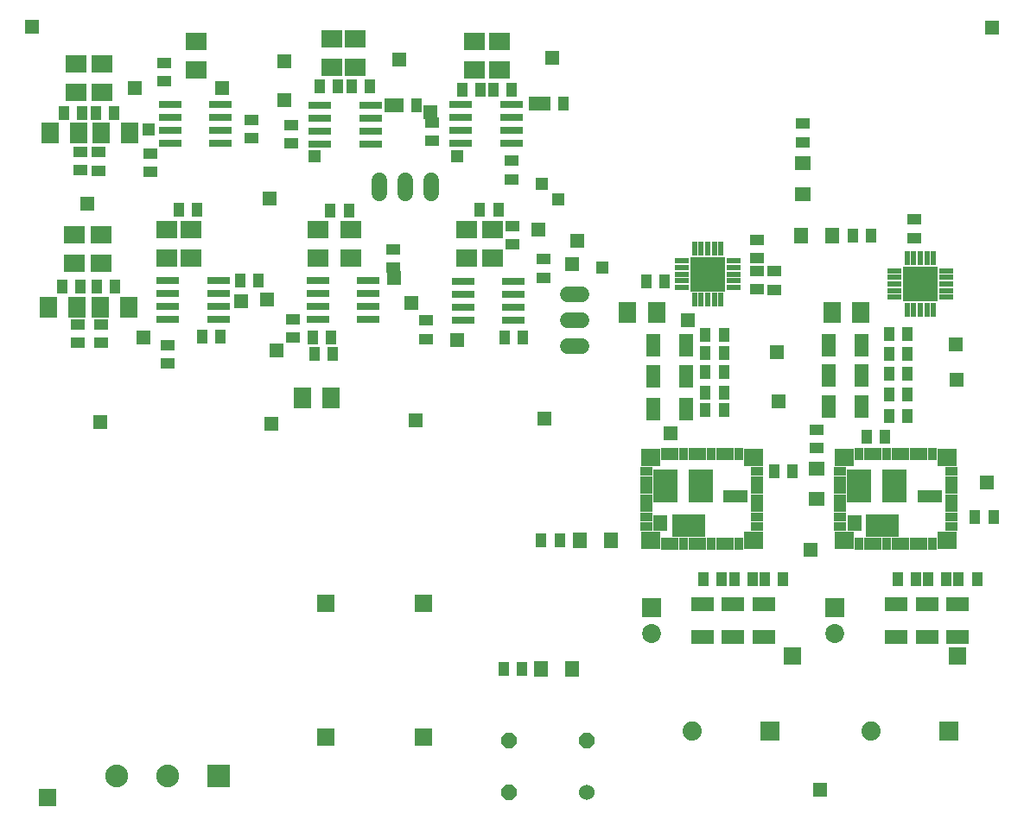
<source format=gts>
G75*
%MOIN*%
%OFA0B0*%
%FSLAX24Y24*%
%IPPOS*%
%LPD*%
%AMOC8*
5,1,8,0,0,1.08239X$1,22.5*
%
%ADD10R,0.0395X0.0552*%
%ADD11R,0.0789X0.0710*%
%ADD12R,0.0710X0.0789*%
%ADD13R,0.0552X0.0395*%
%ADD14R,0.0880X0.0880*%
%ADD15C,0.0880*%
%ADD16R,0.0572X0.0220*%
%ADD17R,0.0220X0.0572*%
%ADD18R,0.1320X0.1320*%
%ADD19R,0.0860X0.0300*%
%ADD20C,0.0740*%
%ADD21R,0.0730X0.0730*%
%ADD22C,0.0600*%
%ADD23OC8,0.0600*%
%ADD24R,0.0750X0.0710*%
%ADD25R,0.0320X0.0450*%
%ADD26R,0.0450X0.0320*%
%ADD27R,0.0966X0.0513*%
%ADD28R,0.1281X0.0883*%
%ADD29R,0.0946X0.1300*%
%ADD30R,0.0568X0.0631*%
%ADD31R,0.0867X0.0552*%
%ADD32C,0.0730*%
%ADD33R,0.0552X0.0867*%
%ADD34R,0.0631X0.0552*%
%ADD35R,0.0552X0.0631*%
%ADD36C,0.0600*%
%ADD37R,0.0671X0.0671*%
%ADD38R,0.0580X0.0580*%
%ADD39R,0.0476X0.0476*%
D10*
X019117Y006125D03*
X019826Y006125D03*
X020574Y011086D03*
X021282Y011086D03*
X026834Y009589D03*
X027542Y009589D03*
X028015Y009589D03*
X028723Y009589D03*
X029196Y009589D03*
X029904Y009589D03*
X034314Y009589D03*
X035023Y009589D03*
X035495Y009589D03*
X036204Y009589D03*
X036676Y009589D03*
X037385Y009589D03*
X037306Y011991D03*
X038015Y011991D03*
X033841Y015101D03*
X033133Y015101D03*
X033999Y015889D03*
X034708Y015889D03*
X034708Y016723D03*
X033999Y016723D03*
X033999Y017542D03*
X034708Y017542D03*
X034708Y018290D03*
X033999Y018290D03*
X033999Y019078D03*
X034708Y019078D03*
X033290Y022857D03*
X032582Y022857D03*
X027621Y019046D03*
X026912Y019046D03*
X026912Y018337D03*
X027621Y018337D03*
X027621Y017589D03*
X026912Y017589D03*
X026912Y016802D03*
X027621Y016802D03*
X027621Y016125D03*
X026912Y016125D03*
X029550Y013763D03*
X030259Y013763D03*
X025334Y021093D03*
X024625Y021093D03*
X019877Y018940D03*
X019168Y018940D03*
X018916Y023861D03*
X018208Y023861D03*
X015771Y027897D03*
X015062Y027897D03*
X013963Y028621D03*
X013255Y028621D03*
X012735Y028621D03*
X012026Y028621D03*
X012444Y023822D03*
X013152Y023822D03*
X009668Y021125D03*
X008960Y021125D03*
X008208Y018979D03*
X007499Y018979D03*
X004129Y020912D03*
X003420Y020912D03*
X002794Y020912D03*
X002086Y020912D03*
X006593Y023861D03*
X007302Y023861D03*
X004113Y027605D03*
X003404Y027605D03*
X002857Y027605D03*
X002149Y027605D03*
X011767Y018940D03*
X011822Y018310D03*
X012530Y018310D03*
X012475Y018940D03*
X020731Y027975D03*
X021440Y027975D03*
X019428Y028511D03*
X018719Y028511D03*
X018239Y028511D03*
X017530Y028511D03*
D11*
X018003Y029267D03*
X018948Y029259D03*
X018948Y030361D03*
X018003Y030369D03*
X013397Y030456D03*
X012491Y030463D03*
X012491Y029361D03*
X013397Y029353D03*
X007278Y029259D03*
X007278Y030361D03*
X003645Y029511D03*
X002621Y029511D03*
X002621Y028408D03*
X003645Y028408D03*
X006129Y023093D03*
X007066Y023093D03*
X007066Y021991D03*
X006129Y021991D03*
X003597Y021794D03*
X002574Y021794D03*
X002574Y022897D03*
X003597Y022897D03*
X011963Y023093D03*
X011963Y021991D03*
X013239Y021991D03*
X013239Y023093D03*
X017711Y023101D03*
X018696Y023109D03*
X018696Y022007D03*
X017711Y021999D03*
D12*
X023912Y019904D03*
X025015Y019904D03*
X031806Y019912D03*
X032908Y019912D03*
X012463Y016609D03*
X011361Y016609D03*
X004676Y020101D03*
X003574Y020101D03*
X002676Y020101D03*
X001574Y020101D03*
X001621Y026834D03*
X002723Y026834D03*
X003582Y026834D03*
X004684Y026834D03*
D13*
X005495Y026046D03*
X005495Y025337D03*
X003511Y025385D03*
X003511Y026093D03*
X002802Y026097D03*
X002802Y025389D03*
X006026Y028830D03*
X006026Y029538D03*
X009393Y027345D03*
X009393Y026637D03*
X010928Y026440D03*
X010928Y027149D03*
X016361Y027227D03*
X016361Y026519D03*
X019416Y025759D03*
X019416Y025050D03*
X019452Y023247D03*
X019452Y022538D03*
X020652Y021952D03*
X020652Y021243D03*
X016125Y019589D03*
X016125Y018881D03*
X014865Y021637D03*
X014865Y022345D03*
X011007Y019629D03*
X011007Y018920D03*
X006164Y018645D03*
X006164Y017936D03*
X003589Y018723D03*
X003589Y019432D03*
X002684Y019432D03*
X002684Y018723D03*
X028904Y020790D03*
X029558Y020782D03*
X029558Y021491D03*
X028904Y021499D03*
X028912Y022003D03*
X028912Y022711D03*
X030652Y026479D03*
X030652Y027188D03*
X034956Y023487D03*
X034956Y022778D03*
X031204Y015377D03*
X031204Y014668D03*
D14*
X008129Y001995D03*
D15*
X006160Y001995D03*
X004192Y001995D03*
D16*
X026004Y020871D03*
X026004Y021121D03*
X026004Y021381D03*
X026004Y021641D03*
X026004Y021891D03*
X027986Y021891D03*
X027986Y021641D03*
X027986Y021381D03*
X027986Y021121D03*
X027986Y020871D03*
X034209Y020999D03*
X034209Y021259D03*
X034209Y021509D03*
X034209Y020739D03*
X034209Y020489D03*
X036191Y020489D03*
X036191Y020739D03*
X036191Y020999D03*
X036191Y021259D03*
X036191Y021509D03*
D17*
X035710Y021990D03*
X035460Y021990D03*
X035200Y021990D03*
X034940Y021990D03*
X034690Y021990D03*
X034690Y020008D03*
X034940Y020008D03*
X035200Y020008D03*
X035460Y020008D03*
X035710Y020008D03*
X027505Y020390D03*
X027255Y020390D03*
X026995Y020390D03*
X026735Y020390D03*
X026485Y020390D03*
X026485Y022372D03*
X026735Y022372D03*
X026995Y022372D03*
X027255Y022372D03*
X027505Y022372D03*
D18*
X026995Y021381D03*
X035200Y020999D03*
D19*
X019496Y021087D03*
X019496Y020587D03*
X019496Y020087D03*
X019496Y019587D03*
X017556Y019587D03*
X017556Y020087D03*
X017556Y020587D03*
X017556Y021087D03*
X013906Y021127D03*
X013906Y020627D03*
X013906Y020127D03*
X013906Y019627D03*
X011966Y019627D03*
X011966Y020127D03*
X011966Y020627D03*
X011966Y021127D03*
X008119Y021127D03*
X008119Y020627D03*
X008119Y020127D03*
X008119Y019627D03*
X006179Y019627D03*
X006179Y020127D03*
X006179Y020627D03*
X006179Y021127D03*
X006257Y026438D03*
X006257Y026938D03*
X006257Y027438D03*
X006257Y027938D03*
X008197Y027938D03*
X008197Y027438D03*
X008197Y026938D03*
X008197Y026438D03*
X012045Y026399D03*
X012045Y026899D03*
X012045Y027399D03*
X012045Y027899D03*
X013985Y027899D03*
X013985Y027399D03*
X013985Y026899D03*
X013985Y026399D03*
X017478Y026438D03*
X017478Y026938D03*
X017478Y027438D03*
X017478Y027938D03*
X019418Y027938D03*
X019418Y027438D03*
X019418Y026938D03*
X019418Y026438D03*
D20*
X026397Y003719D03*
X033290Y003719D03*
D21*
X036290Y003719D03*
X031912Y008515D03*
X029397Y003719D03*
X024826Y008515D03*
D22*
X022318Y001357D03*
D23*
X022318Y003357D03*
X019318Y003357D03*
X019318Y001357D03*
D24*
X024783Y011094D03*
X024783Y014314D03*
X028763Y014314D03*
X032263Y014314D03*
X032263Y011094D03*
X028763Y011094D03*
X036243Y011094D03*
X036243Y014314D03*
D25*
X035673Y014444D03*
X035313Y014444D03*
X034963Y014444D03*
X034603Y014444D03*
X034253Y014444D03*
X033903Y014444D03*
X033543Y014444D03*
X033193Y014444D03*
X032833Y014444D03*
X032833Y010964D03*
X033193Y010964D03*
X033543Y010964D03*
X033903Y010964D03*
X034253Y010964D03*
X034603Y010964D03*
X034963Y010964D03*
X035313Y010964D03*
X035673Y010964D03*
X028193Y010964D03*
X027833Y010964D03*
X027483Y010964D03*
X027123Y010964D03*
X026773Y010964D03*
X026423Y010964D03*
X026063Y010964D03*
X025713Y010964D03*
X025353Y010964D03*
X025353Y014444D03*
X025713Y014444D03*
X026063Y014444D03*
X026423Y014444D03*
X026773Y014444D03*
X027123Y014444D03*
X027483Y014444D03*
X027833Y014444D03*
X028193Y014444D03*
D26*
X028913Y013764D03*
X028913Y013414D03*
X028913Y013054D03*
X028913Y012704D03*
X028913Y012354D03*
X028913Y011994D03*
X028913Y011644D03*
X032113Y011644D03*
X032113Y011994D03*
X032113Y012354D03*
X032113Y012704D03*
X032113Y013054D03*
X032113Y013414D03*
X032113Y013764D03*
X036393Y013764D03*
X036393Y013414D03*
X036393Y013054D03*
X036393Y012704D03*
X036393Y012354D03*
X036393Y011994D03*
X036393Y011644D03*
X024633Y011644D03*
X024633Y011994D03*
X024633Y012354D03*
X024633Y012704D03*
X024633Y013054D03*
X024633Y013414D03*
X024633Y013764D03*
D27*
X028074Y012786D03*
X035554Y012786D03*
D28*
X033735Y011656D03*
X026255Y011656D03*
D29*
X026731Y013211D03*
X025361Y013211D03*
X032841Y013211D03*
X034211Y013211D03*
D30*
X032656Y011782D03*
X025176Y011782D03*
D31*
X026794Y008645D03*
X027975Y008645D03*
X029156Y008645D03*
X029156Y007385D03*
X027975Y007385D03*
X026794Y007385D03*
X034274Y007385D03*
X035456Y007385D03*
X036637Y007385D03*
X036637Y008645D03*
X035456Y008645D03*
X034274Y008645D03*
D32*
X031912Y007515D03*
X024826Y007515D03*
D33*
X024904Y016164D03*
X024904Y017424D03*
X024904Y018645D03*
X026164Y018645D03*
X026164Y017424D03*
X026164Y016164D03*
X031676Y016282D03*
X031676Y017463D03*
X032936Y017463D03*
X032936Y016282D03*
X032936Y018645D03*
X031676Y018645D03*
D34*
X031204Y013881D03*
X031204Y012700D03*
X030652Y024471D03*
X030652Y025652D03*
D35*
X030613Y022857D03*
X031794Y022857D03*
X023251Y011086D03*
X022070Y011086D03*
X021755Y006125D03*
X020574Y006125D03*
D36*
X021613Y018589D02*
X022133Y018589D01*
X022133Y019589D02*
X021613Y019589D01*
X021613Y020589D02*
X022133Y020589D01*
X016337Y024487D02*
X016337Y025007D01*
X015337Y025007D02*
X015337Y024487D01*
X014337Y024487D02*
X014337Y025007D01*
D37*
X001519Y001164D03*
X012267Y003487D03*
X016046Y003487D03*
X016046Y008684D03*
X012267Y008684D03*
X030259Y006637D03*
X036637Y006637D03*
D38*
X030967Y010731D03*
X025574Y015219D03*
X029747Y016479D03*
X029668Y018369D03*
X026243Y019589D03*
X021952Y022660D03*
X021755Y021755D03*
X020456Y023093D03*
X017345Y018841D03*
X015574Y020259D03*
X014904Y021243D03*
X010373Y018448D03*
X008999Y020337D03*
X009983Y020416D03*
X010101Y024314D03*
X010652Y028093D03*
X010652Y029589D03*
X008251Y028566D03*
X004904Y028566D03*
X000928Y030928D03*
X003054Y024117D03*
X005219Y018920D03*
X003566Y015652D03*
X010180Y015613D03*
X015731Y015731D03*
X020692Y015810D03*
X016282Y027621D03*
X014786Y027897D03*
X015101Y029668D03*
X020377Y027975D03*
X021007Y029747D03*
X036558Y018684D03*
X036597Y017306D03*
X037778Y013330D03*
X031322Y001479D03*
X037975Y030889D03*
D39*
X022936Y021637D03*
X021243Y024274D03*
X020613Y024865D03*
X017345Y025928D03*
X011834Y025928D03*
X005416Y026952D03*
M02*

</source>
